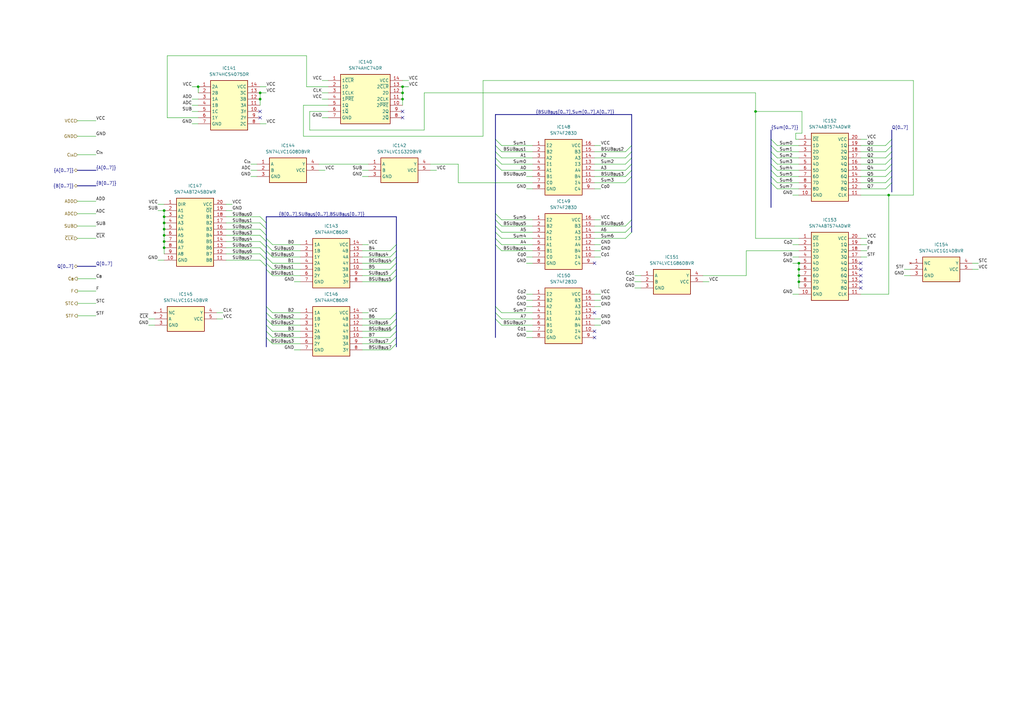
<source format=kicad_sch>
(kicad_sch (version 20250114) (generator "eeschema") (generator_version "9.0")
  (paper "A3")
  (lib_symbols
    (symbol "Samacsys:SN74ABT245BDWR"
      (property "Reference" "IC" (at 21.59 7.62 0))
      (property "Value" "SN74ABT245BDWR" (at 21.59 5.08 0))
      (symbol "SN74ABT245BDWR_1_1"
        (rectangle (start 5.08 2.54) (end 20.32 -25.4) (stroke (width 0.254)) (fill (type background)))
        (pin passive line (at 0 0 0) (length 5.08) (name "DIR") (number "1"))
        (pin passive line (at 0 -2.54 0) (length 5.08) (name "A1") (number "2"))
        (pin passive line (at 0 -5.08 0) (length 5.08) (name "A2") (number "3"))
        (pin passive line (at 0 -7.62 0) (length 5.08) (name "A3") (number "4"))
        (pin passive line (at 0 -10.16 0) (length 5.08) (name "A4") (number "5"))
        (pin passive line (at 0 -12.7 0) (length 5.08) (name "A5") (number "6"))
        (pin passive line (at 0 -15.24 0) (length 5.08) (name "A6") (number "7"))
        (pin passive line (at 0 -17.78 0) (length 5.08) (name "A7") (number "8"))
        (pin passive line (at 0 -20.32 0) (length 5.08) (name "A8") (number "9"))
        (pin passive line (at 0 -22.86 0) (length 5.08) (name "GND") (number "10"))
        (pin passive line (at 25.4 0 180) (length 5.08) (name "VCC") (number "20"))
        (pin passive line (at 25.4 -2.54 180) (length 5.08) (name "~{OE}") (number "19"))
        (pin passive line (at 25.4 -5.08 180) (length 5.08) (name "B1") (number "18"))
        (pin passive line (at 25.4 -7.62 180) (length 5.08) (name "B2") (number "17"))
        (pin passive line (at 25.4 -10.16 180) (length 5.08) (name "B3") (number "16"))
        (pin passive line (at 25.4 -12.7 180) (length 5.08) (name "B4") (number "15"))
        (pin passive line (at 25.4 -15.24 180) (length 5.08) (name "B5") (number "14"))
        (pin passive line (at 25.4 -17.78 180) (length 5.08) (name "B6") (number "13"))
        (pin passive line (at 25.4 -20.32 180) (length 5.08) (name "B7") (number "12"))
        (pin passive line (at 25.4 -22.86 180) (length 5.08) (name "B8") (number "11"))
      )
    )
    (symbol "Samacsys:SN74ABT574ADWR"
      (property "Reference" "IC" (at 21.59 7.62 0))
      (property "Value" "SN74ABT574ADWR" (at 21.59 5.08 0))
      (symbol "SN74ABT574ADWR_1_1"
        (rectangle (start 5.08 2.54) (end 20.32 -25.4) (stroke (width 0.254)) (fill (type background)))
        (pin passive line (at 0 0 0) (length 5.08) (name "~{OE}") (number "1"))
        (pin passive line (at 0 -2.54 0) (length 5.08) (name "1D") (number "2"))
        (pin passive line (at 0 -5.08 0) (length 5.08) (name "2D") (number "3"))
        (pin passive line (at 0 -7.62 0) (length 5.08) (name "3D") (number "4"))
        (pin passive line (at 0 -10.16 0) (length 5.08) (name "4D") (number "5"))
        (pin passive line (at 0 -12.7 0) (length 5.08) (name "5D") (number "6"))
        (pin passive line (at 0 -15.24 0) (length 5.08) (name "6D") (number "7"))
        (pin passive line (at 0 -17.78 0) (length 5.08) (name "7D") (number "8"))
        (pin passive line (at 0 -20.32 0) (length 5.08) (name "8D") (number "9"))
        (pin passive line (at 0 -22.86 0) (length 5.08) (name "GND") (number "10"))
        (pin passive line (at 25.4 0 180) (length 5.08) (name "VCC") (number "20"))
        (pin passive line (at 25.4 -2.54 180) (length 5.08) (name "1Q") (number "19"))
        (pin passive line (at 25.4 -5.08 180) (length 5.08) (name "2Q") (number "18"))
        (pin passive line (at 25.4 -7.62 180) (length 5.08) (name "3Q") (number "17"))
        (pin passive line (at 25.4 -10.16 180) (length 5.08) (name "4Q") (number "16"))
        (pin passive line (at 25.4 -12.7 180) (length 5.08) (name "5Q") (number "15"))
        (pin passive line (at 25.4 -15.24 180) (length 5.08) (name "6Q") (number "14"))
        (pin passive line (at 25.4 -17.78 180) (length 5.08) (name "7Q") (number "13"))
        (pin passive line (at 25.4 -20.32 180) (length 5.08) (name "8Q") (number "12"))
        (pin passive line (at 25.4 -22.86 180) (length 5.08) (name "CLK") (number "11"))
      )
    )
    (symbol "Samacsys:SN74AHC74DR"
      (property "Reference" "IC" (at 26.67 7.62 0))
      (property "Value" "SN74AHC74DR" (at 26.67 5.08 0))
      (symbol "SN74AHC74DR_1_1"
        (rectangle (start 5.08 2.54) (end 25.4 -17.78) (stroke (width 0.254)) (fill (type background)))
        (pin passive line (at 0 0 0) (length 5.08) (name "1~{CLR}") (number "1"))
        (pin passive line (at 0 -2.54 0) (length 5.08) (name "1D") (number "2"))
        (pin passive line (at 0 -5.08 0) (length 5.08) (name "1CLK") (number "3"))
        (pin passive line (at 0 -7.62 0) (length 5.08) (name "1~{PRE}") (number "4"))
        (pin passive line (at 0 -10.16 0) (length 5.08) (name "1Q") (number "5"))
        (pin passive line (at 0 -12.7 0) (length 5.08) (name "1~{Q}") (number "6"))
        (pin passive line (at 0 -15.24 0) (length 5.08) (name "GND") (number "7"))
        (pin passive line (at 30.48 0 180) (length 5.08) (name "VCC") (number "14"))
        (pin passive line (at 30.48 -2.54 180) (length 5.08) (name "2~{CLR}") (number "13"))
        (pin passive line (at 30.48 -5.08 180) (length 5.08) (name "2D") (number "12"))
        (pin passive line (at 30.48 -7.62 180) (length 5.08) (name "2CLK") (number "11"))
        (pin passive line (at 30.48 -10.16 180) (length 5.08) (name "2~{PRE}") (number "10"))
        (pin passive line (at 30.48 -12.7 180) (length 5.08) (name "2Q") (number "9"))
        (pin passive line (at 30.48 -15.24 180) (length 5.08) (name "2~{Q}") (number "8"))
      )
    )
    (symbol "Samacsys:SN74AHC86DR"
      (property "Reference" "IC" (at 21.59 7.62 0))
      (property "Value" "SN74AHC86DR" (at 21.59 5.08 0))
      (symbol "SN74AHC86DR_1_1"
        (rectangle (start 5.08 2.54) (end 20.32 -17.78) (stroke (width 0.254)) (fill (type background)))
        (pin passive line (at 0 0 0) (length 5.08) (name "1A") (number "1"))
        (pin passive line (at 0 -2.54 0) (length 5.08) (name "1B") (number "2"))
        (pin passive line (at 0 -5.08 0) (length 5.08) (name "1Y") (number "3"))
        (pin passive line (at 0 -7.62 0) (length 5.08) (name "2A") (number "4"))
        (pin passive line (at 0 -10.16 0) (length 5.08) (name "2B") (number "5"))
        (pin passive line (at 0 -12.7 0) (length 5.08) (name "2Y") (number "6"))
        (pin passive line (at 0 -15.24 0) (length 5.08) (name "GND") (number "7"))
        (pin passive line (at 25.4 0 180) (length 5.08) (name "VCC") (number "14"))
        (pin passive line (at 25.4 -2.54 180) (length 5.08) (name "4B") (number "13"))
        (pin passive line (at 25.4 -5.08 180) (length 5.08) (name "4A") (number "12"))
        (pin passive line (at 25.4 -7.62 180) (length 5.08) (name "4Y") (number "11"))
        (pin passive line (at 25.4 -10.16 180) (length 5.08) (name "3B") (number "10"))
        (pin passive line (at 25.4 -12.7 180) (length 5.08) (name "3A") (number "9"))
        (pin passive line (at 25.4 -15.24 180) (length 5.08) (name "3Y") (number "8"))
      )
    )
    (symbol "Samacsys:SN74F283D"
      (property "Reference" "IC" (at 21.59 7.62 0))
      (property "Value" "SN74F283D" (at 21.59 5.08 0))
      (symbol "SN74F283D_1_1"
        (rectangle (start 5.08 2.54) (end 20.32 -20.32) (stroke (width 0.254)) (fill (type background)))
        (pin passive line (at 0 0 0) (length 5.08) (name "Σ2") (number "1"))
        (pin passive line (at 0 -2.54 0) (length 5.08) (name "B2") (number "2"))
        (pin passive line (at 0 -5.08 0) (length 5.08) (name "A2") (number "3"))
        (pin passive line (at 0 -7.62 0) (length 5.08) (name "Σ1") (number "4"))
        (pin passive line (at 0 -10.16 0) (length 5.08) (name "A1") (number "5"))
        (pin passive line (at 0 -12.7 0) (length 5.08) (name "B1") (number "6"))
        (pin passive line (at 0 -15.24 0) (length 5.08) (name "C0") (number "7"))
        (pin passive line (at 0 -17.78 0) (length 5.08) (name "GND") (number "8"))
        (pin passive line (at 25.4 0 180) (length 5.08) (name "VCC") (number "16"))
        (pin passive line (at 25.4 -2.54 180) (length 5.08) (name "B3") (number "15"))
        (pin passive line (at 25.4 -5.08 180) (length 5.08) (name "A3") (number "14"))
        (pin passive line (at 25.4 -7.62 180) (length 5.08) (name "Σ3") (number "13"))
        (pin passive line (at 25.4 -10.16 180) (length 5.08) (name "A4") (number "12"))
        (pin passive line (at 25.4 -12.7 180) (length 5.08) (name "B4") (number "11"))
        (pin passive line (at 25.4 -15.24 180) (length 5.08) (name "Σ4") (number "10"))
        (pin passive line (at 25.4 -17.78 180) (length 5.08) (name "C4") (number "9"))
      )
    )
    (symbol "Samacsys:SN74HCS4075DR"
      (property "Reference" "IC" (at 21.59 7.62 0))
      (property "Value" "SN74HCS4075DR" (at 21.59 5.08 0))
      (symbol "SN74HCS4075DR_1_1"
        (rectangle (start 5.08 2.54) (end 20.32 -17.78) (stroke (width 0.254)) (fill (type background)))
        (pin passive line (at 0 0 0) (length 5.08) (name "2A") (number "1"))
        (pin passive line (at 0 -2.54 0) (length 5.08) (name "2B") (number "2"))
        (pin passive line (at 0 -5.08 0) (length 5.08) (name "1A") (number "3"))
        (pin passive line (at 0 -7.62 0) (length 5.08) (name "1B") (number "4"))
        (pin passive line (at 0 -10.16 0) (length 5.08) (name "1C") (number "5"))
        (pin passive line (at 0 -12.7 0) (length 5.08) (name "1Y") (number "6"))
        (pin passive line (at 0 -15.24 0) (length 5.08) (name "GND") (number "7"))
        (pin passive line (at 25.4 0 180) (length 5.08) (name "VCC") (number "14"))
        (pin passive line (at 25.4 -2.54 180) (length 5.08) (name "3C") (number "13"))
        (pin passive line (at 25.4 -5.08 180) (length 5.08) (name "3B") (number "12"))
        (pin passive line (at 25.4 -7.62 180) (length 5.08) (name "3A") (number "11"))
        (pin passive line (at 25.4 -10.16 180) (length 5.08) (name "3Y") (number "10"))
        (pin passive line (at 25.4 -12.7 180) (length 5.08) (name "2Y") (number "9"))
        (pin passive line (at 25.4 -15.24 180) (length 5.08) (name "2C") (number "8"))
      )
    )
    (symbol "Samacsys:SN74LVC1G08DBVR"
      (property "Reference" "IC" (at 21.59 7.62 0))
      (property "Value" "SN74LVC1G08DBVR" (at 21.59 5.08 0))
      (symbol "SN74LVC1G08DBVR_1_1"
        (rectangle (start 5.08 2.54) (end 20.32 -7.62) (stroke (width 0.254)) (fill (type background)))
        (pin input line (at 0 0 0) (length 5.08) (name "A") (number "1"))
        (pin input line (at 0 -2.54 0) (length 5.08) (name "B") (number "2"))
        (pin power_in line (at 0 -5.08 0) (length 5.08) (name "GND") (number "3"))
        (pin output line (at 25.4 0 180) (length 5.08) (name "Y") (number "4"))
        (pin power_in line (at 25.4 -2.54 180) (length 5.08) (name "VCC") (number "5"))
      )
    )
    (symbol "Samacsys:SN74LVC1G14DBVR"
      (property "Reference" "IC" (at 21.59 7.62 0))
      (property "Value" "SN74LVC1G14DBVR" (at 21.59 5.08 0))
      (symbol "SN74LVC1G14DBVR_1_1"
        (rectangle (start 5.08 2.54) (end 20.32 -7.62) (stroke (width 0.254)) (fill (type background)))
        (pin no_connect line (at 0 0 0) (length 5.08) (name "NC") (number "1"))
        (pin passive line (at 0 -2.54 0) (length 5.08) (name "A") (number "2"))
        (pin passive line (at 0 -5.08 0) (length 5.08) (name "GND") (number "3"))
        (pin passive line (at 25.4 0 180) (length 5.08) (name "Y") (number "4"))
        (pin passive line (at 25.4 -2.54 180) (length 5.08) (name "VCC") (number "5"))
      )
    )
    (symbol "Samacsys:SN74LVC1G32DBVR"
      (property "Reference" "IC" (at 21.59 7.62 0))
      (property "Value" "SN74LVC1G32DBVR" (at 21.59 5.08 0))
      (symbol "SN74LVC1G32DBVR_1_1"
        (rectangle (start 5.08 2.54) (end 20.32 -7.62) (stroke (width 0.254)) (fill (type background)))
        (pin passive line (at 0 0 0) (length 5.08) (name "A") (number "1"))
        (pin passive line (at 0 -2.54 0) (length 5.08) (name "B") (number "2"))
        (pin passive line (at 0 -5.08 0) (length 5.08) (name "GND") (number "3"))
        (pin passive line (at 25.4 0 180) (length 5.08) (name "Y") (number "4"))
        (pin passive line (at 25.4 -2.54 180) (length 5.08) (name "VCC") (number "5"))
      )
    )
    (symbol "Samacsys:SN74LVC1G86DBVR"
      (property "Reference" "IC" (at 21.59 7.62 0))
      (property "Value" "SN74LVC1G86DBVR" (at 21.59 5.08 0))
      (symbol "SN74LVC1G86DBVR_1_1"
        (rectangle (start 5.08 2.54) (end 20.32 -7.62) (stroke (width 0.254)) (fill (type background)))
        (pin input line (at 0 0 0) (length 5.08) (name "A") (number "1"))
        (pin input line (at 0 -2.54 0) (length 5.08) (name "B") (number "2"))
        (pin power_in line (at 0 -5.08 0) (length 5.08) (name "GND") (number "3"))
        (pin output line (at 25.4 0 180) (length 5.08) (name "Y") (number "4"))
        (pin power_in line (at 25.4 -2.54 180) (length 5.08) (name "VCC") (number "5"))
      )
    )
  )
  (junction (at 327.66 107.95))
  (junction (at 309.88 45.72))
  (junction (at 165.1 38.1))
  (junction (at 67.31 99.06))
  (junction (at 67.31 91.44))
  (junction (at 67.31 96.52))
  (junction (at 165.1 40.64))
  (junction (at 106.68 38.1))
  (junction (at 364.49 80.01))
  (junction (at 67.31 86.36))
  (junction (at 67.31 93.98))
  (junction (at 165.1 35.56))
  (junction (at 327.66 110.49))
  (junction (at 81.28 35.56))
  (junction (at 67.31 88.9))
  (junction (at 327.66 113.03))
  (junction (at 106.68 40.64))
  (junction (at 67.31 101.6))
  (junction (at 327.66 115.57))
  (no_connect (at 243.84 135.89))
  (no_connect (at 243.84 138.43))
  (no_connect (at 106.68 48.26))
  (no_connect (at 353.06 110.49))
  (no_connect (at 106.68 45.72))
  (no_connect (at 353.06 118.11))
  (no_connect (at 165.1 45.72))
  (no_connect (at 353.06 113.03))
  (no_connect (at 353.06 107.95))
  (no_connect (at 243.84 107.95))
  (no_connect (at 353.06 115.57))
  (no_connect (at 165.1 48.26))
  (no_connect (at 243.84 128.27))
  (bus_entry (at 259.08 67.31) (size -2.54 2.54))
  (bus_entry (at 162.56 107.95) (size -2.54 2.54))
  (bus_entry (at 259.08 72.39) (size -2.54 2.54))
  (bus_entry (at 365.76 57.15) (size -2.54 2.54))
  (bus_entry (at 109.22 105.41) (size 2.54 2.54))
  (bus_entry (at 365.76 67.31) (size -2.54 2.54))
  (bus_entry (at 259.08 92.71) (size -2.54 2.54))
  (bus_entry (at 365.76 62.23) (size -2.54 2.54))
  (bus_entry (at 106.68 88.9) (size 2.54 2.54))
  (bus_entry (at 162.56 130.81) (size -2.54 2.54))
  (bus_entry (at 162.56 138.43) (size -2.54 2.54))
  (bus_entry (at 109.22 128.27) (size 2.54 2.54))
  (bus_entry (at 106.68 104.14) (size 2.54 2.54))
  (bus_entry (at 203.2 128.27) (size 2.54 2.54))
  (bus_entry (at 203.2 95.25) (size 2.54 2.54))
  (bus_entry (at 203.2 87.63) (size 2.54 2.54))
  (bus_entry (at 316.23 59.69) (size 2.54 2.54))
  (bus_entry (at 316.23 62.23) (size 2.54 2.54))
  (bus_entry (at 203.2 62.23) (size 2.54 2.54))
  (bus_entry (at 365.76 69.85) (size -2.54 2.54))
  (bus_entry (at 109.22 135.89) (size 2.54 2.54))
  (bus_entry (at 259.08 64.77) (size -2.54 2.54))
  (bus_entry (at 365.76 72.39) (size -2.54 2.54))
  (bus_entry (at 109.22 97.79) (size 2.54 2.54))
  (bus_entry (at 109.22 125.73) (size 2.54 2.54))
  (bus_entry (at 203.2 130.81) (size 2.54 2.54))
  (bus_entry (at 106.68 93.98) (size 2.54 2.54))
  (bus_entry (at 162.56 100.33) (size -2.54 2.54))
  (bus_entry (at 365.76 59.69) (size -2.54 2.54))
  (bus_entry (at 109.22 110.49) (size 2.54 2.54))
  (bus_entry (at 259.08 90.17) (size -2.54 2.54))
  (bus_entry (at 162.56 128.27) (size -2.54 2.54))
  (bus_entry (at 316.23 74.93) (size 2.54 2.54))
  (bus_entry (at 109.22 107.95) (size 2.54 2.54))
  (bus_entry (at 259.08 95.25) (size -2.54 2.54))
  (bus_entry (at 106.68 96.52) (size 2.54 2.54))
  (bus_entry (at 109.22 102.87) (size 2.54 2.54))
  (bus_entry (at 162.56 113.03) (size -2.54 2.54))
  (bus_entry (at 365.76 64.77) (size -2.54 2.54))
  (bus_entry (at 109.22 138.43) (size 2.54 2.54))
  (bus_entry (at 259.08 69.85) (size -2.54 2.54))
  (bus_entry (at 203.2 97.79) (size 2.54 2.54))
  (bus_entry (at 203.2 67.31) (size 2.54 2.54))
  (bus_entry (at 162.56 105.41) (size -2.54 2.54))
  (bus_entry (at 316.23 67.31) (size 2.54 2.54))
  (bus_entry (at 162.56 140.97) (size -2.54 2.54))
  (bus_entry (at 316.23 64.77) (size 2.54 2.54))
  (bus_entry (at 106.68 99.06) (size 2.54 2.54))
  (bus_entry (at 203.2 90.17) (size 2.54 2.54))
  (bus_entry (at 109.22 130.81) (size 2.54 2.54))
  (bus_entry (at 203.2 64.77) (size 2.54 2.54))
  (bus_entry (at 162.56 102.87) (size -2.54 2.54))
  (bus_entry (at 316.23 72.39) (size 2.54 2.54))
  (bus_entry (at 203.2 57.15) (size 2.54 2.54))
  (bus_entry (at 106.68 91.44) (size 2.54 2.54))
  (bus_entry (at 109.22 100.33) (size 2.54 2.54))
  (bus_entry (at 162.56 133.35) (size -2.54 2.54))
  (bus_entry (at 259.08 59.69) (size -2.54 2.54))
  (bus_entry (at 259.08 62.23) (size -2.54 2.54))
  (bus_entry (at 162.56 110.49) (size -2.54 2.54))
  (bus_entry (at 109.22 133.35) (size 2.54 2.54))
  (bus_entry (at 106.68 101.6) (size 2.54 2.54))
  (bus_entry (at 203.2 100.33) (size 2.54 2.54))
  (bus_entry (at 203.2 125.73) (size 2.54 2.54))
  (bus_entry (at 316.23 57.15) (size 2.54 2.54))
  (bus_entry (at 162.56 135.89) (size -2.54 2.54))
  (bus_entry (at 365.76 74.93) (size -2.54 2.54))
  (bus_entry (at 106.68 106.68) (size 2.54 2.54))
  (bus_entry (at 316.23 69.85) (size 2.54 2.54))
  (bus_entry (at 203.2 59.69) (size 2.54 2.54))
  (bus_entry (at 203.2 92.71) (size 2.54 2.54))
  (wire (pts (xy 318.77 74.93) (xy 327.66 74.93)))
  (wire (pts (xy 160.02 105.41) (xy 148.59 105.41)))
  (wire (pts (xy 64.77 86.36) (xy 67.31 86.36)))
  (bus (pts (xy 316.23 62.23) (xy 316.23 64.77)))
  (wire (pts (xy 318.77 64.77) (xy 327.66 64.77)))
  (wire (pts (xy 198.12 55.88) (xy 198.12 33.02)))
  (wire (pts (xy 187.96 67.31) (xy 176.53 67.31)))
  (wire (pts (xy 353.06 74.93) (xy 363.22 74.93)))
  (wire (pts (xy 92.71 93.98) (xy 106.68 93.98)))
  (wire (pts (xy 353.06 62.23) (xy 363.22 62.23)))
  (wire (pts (xy 205.74 128.27) (xy 218.44 128.27)))
  (wire (pts (xy 187.96 74.93) (xy 187.96 67.31)))
  (wire (pts (xy 148.59 72.39) (xy 151.13 72.39)))
  (wire (pts (xy 124.46 55.88) (xy 198.12 55.88)))
  (wire (pts (xy 111.76 100.33) (xy 123.19 100.33)))
  (wire (pts (xy 148.59 130.81) (xy 160.02 130.81)))
  (wire (pts (xy 398.78 107.95) (xy 401.32 107.95)))
  (wire (pts (xy 327.66 100.33) (xy 325.12 100.33)))
  (wire (pts (xy 246.38 130.81) (xy 243.84 130.81)))
  (bus (pts (xy 109.22 106.68) (xy 109.22 107.95)))
  (wire (pts (xy 67.31 101.6) (xy 67.31 104.14)))
  (wire (pts (xy 67.31 96.52) (xy 67.31 99.06)))
  (wire (pts (xy 353.06 97.79) (xy 355.6 97.79)))
  (wire (pts (xy 205.74 92.71) (xy 218.44 92.71)))
  (wire (pts (xy 215.9 138.43) (xy 218.44 138.43)))
  (wire (pts (xy 68.58 48.26) (xy 68.58 22.86)))
  (bus (pts (xy 365.76 74.93) (xy 365.76 78.74)))
  (wire (pts (xy 134.62 33.02) (xy 132.08 33.02)))
  (wire (pts (xy 205.74 59.69) (xy 218.44 59.69)))
  (wire (pts (xy 102.87 69.85) (xy 105.41 69.85)))
  (wire (pts (xy 67.31 86.36) (xy 67.31 88.9)))
  (bus (pts (xy 316.23 74.93) (xy 316.23 85.09)))
  (wire (pts (xy 111.76 135.89) (xy 123.19 135.89)))
  (wire (pts (xy 256.54 69.85) (xy 243.84 69.85)))
  (wire (pts (xy 205.74 102.87) (xy 218.44 102.87)))
  (bus (pts (xy 162.56 88.9) (xy 162.56 100.33)))
  (wire (pts (xy 325.12 105.41) (xy 327.66 105.41)))
  (wire (pts (xy 31.75 49.53) (xy 39.37 49.53)))
  (wire (pts (xy 325.12 107.95) (xy 327.66 107.95)))
  (wire (pts (xy 256.54 92.71) (xy 243.84 92.71)))
  (bus (pts (xy 365.76 59.69) (xy 365.76 62.23)))
  (wire (pts (xy 81.28 35.56) (xy 81.28 38.1)))
  (bus (pts (xy 316.23 59.69) (xy 316.23 62.23)))
  (wire (pts (xy 120.65 143.51) (xy 123.19 143.51)))
  (wire (pts (xy 318.77 59.69) (xy 327.66 59.69)))
  (bus (pts (xy 203.2 130.81) (xy 203.2 138.43)))
  (wire (pts (xy 88.9 130.81) (xy 91.44 130.81)))
  (bus (pts (xy 162.56 107.95) (xy 162.56 110.49)))
  (wire (pts (xy 78.74 50.8) (xy 81.28 50.8)))
  (wire (pts (xy 205.74 100.33) (xy 218.44 100.33)))
  (wire (pts (xy 353.06 120.65) (xy 364.49 120.65)))
  (wire (pts (xy 187.96 74.93) (xy 218.44 74.93)))
  (wire (pts (xy 125.73 35.56) (xy 134.62 35.56)))
  (bus (pts (xy 109.22 138.43) (xy 109.22 142.24)))
  (wire (pts (xy 205.74 69.85) (xy 218.44 69.85)))
  (wire (pts (xy 398.78 110.49) (xy 401.32 110.49)))
  (bus (pts (xy 109.22 102.87) (xy 109.22 104.14)))
  (bus (pts (xy 109.22 135.89) (xy 109.22 138.43)))
  (wire (pts (xy 111.76 128.27) (xy 123.19 128.27)))
  (wire (pts (xy 205.74 90.17) (xy 218.44 90.17)))
  (wire (pts (xy 130.81 69.85) (xy 133.35 69.85)))
  (wire (pts (xy 160.02 140.97) (xy 148.59 140.97)))
  (wire (pts (xy 318.77 72.39) (xy 327.66 72.39)))
  (wire (pts (xy 106.68 35.56) (xy 109.22 35.56)))
  (wire (pts (xy 88.9 128.27) (xy 91.44 128.27)))
  (wire (pts (xy 256.54 74.93) (xy 243.84 74.93)))
  (wire (pts (xy 218.44 120.65) (xy 215.9 120.65)))
  (bus (pts (xy 162.56 140.97) (xy 162.56 142.24)))
  (wire (pts (xy 306.07 102.87) (xy 327.66 102.87)))
  (bus (pts (xy 203.2 62.23) (xy 203.2 59.69)))
  (wire (pts (xy 67.31 91.44) (xy 67.31 93.98)))
  (wire (pts (xy 148.59 100.33) (xy 151.13 100.33)))
  (wire (pts (xy 134.62 43.18) (xy 124.46 43.18)))
  (wire (pts (xy 353.06 57.15) (xy 355.6 57.15)))
  (wire (pts (xy 111.76 133.35) (xy 123.19 133.35)))
  (wire (pts (xy 111.76 138.43) (xy 123.19 138.43)))
  (wire (pts (xy 106.68 38.1) (xy 109.22 38.1)))
  (wire (pts (xy 102.87 72.39) (xy 105.41 72.39)))
  (wire (pts (xy 148.59 69.85) (xy 151.13 69.85)))
  (bus (pts (xy 203.2 100.33) (xy 203.2 97.79)))
  (wire (pts (xy 176.53 69.85) (xy 179.07 69.85)))
  (wire (pts (xy 31.75 119.38) (xy 39.37 119.38)))
  (bus (pts (xy 109.22 133.35) (xy 109.22 135.89)))
  (wire (pts (xy 111.76 130.81) (xy 123.19 130.81)))
  (bus (pts (xy 259.08 62.23) (xy 259.08 64.77)))
  (wire (pts (xy 60.96 133.35) (xy 63.5 133.35)))
  (bus (pts (xy 31.75 76.2) (xy 39.37 76.2)))
  (wire (pts (xy 160.02 107.95) (xy 148.59 107.95)))
  (wire (pts (xy 353.06 59.69) (xy 363.22 59.69)))
  (wire (pts (xy 215.9 77.47) (xy 218.44 77.47)))
  (wire (pts (xy 327.66 113.03) (xy 327.66 115.57)))
  (bus (pts (xy 203.2 64.77) (xy 203.2 62.23)))
  (wire (pts (xy 262.89 115.57) (xy 260.35 115.57)))
  (wire (pts (xy 309.88 97.79) (xy 309.88 45.72)))
  (bus (pts (xy 203.2 67.31) (xy 203.2 64.77)))
  (wire (pts (xy 31.75 114.3) (xy 39.37 114.3)))
  (wire (pts (xy 205.74 64.77) (xy 218.44 64.77)))
  (wire (pts (xy 127 45.72) (xy 134.62 45.72)))
  (wire (pts (xy 318.77 62.23) (xy 327.66 62.23)))
  (bus (pts (xy 203.2 59.69) (xy 203.2 57.15)))
  (wire (pts (xy 364.49 80.01) (xy 353.06 80.01)))
  (bus (pts (xy 162.56 138.43) (xy 162.56 140.97)))
  (wire (pts (xy 256.54 64.77) (xy 243.84 64.77)))
  (wire (pts (xy 309.88 45.72) (xy 328.93 45.72)))
  (wire (pts (xy 218.44 135.89) (xy 215.9 135.89)))
  (bus (pts (xy 259.08 92.71) (xy 259.08 95.25)))
  (bus (pts (xy 203.2 100.33) (xy 203.2 125.73)))
  (wire (pts (xy 288.29 113.03) (xy 306.07 113.03)))
  (wire (pts (xy 325.12 120.65) (xy 327.66 120.65)))
  (wire (pts (xy 243.84 120.65) (xy 246.38 120.65)))
  (wire (pts (xy 165.1 38.1) (xy 165.1 40.64)))
  (wire (pts (xy 111.76 107.95) (xy 123.19 107.95)))
  (wire (pts (xy 102.87 67.31) (xy 105.41 67.31)))
  (wire (pts (xy 326.39 54.61) (xy 326.39 57.15)))
  (wire (pts (xy 31.75 124.46) (xy 39.37 124.46)))
  (wire (pts (xy 130.81 67.31) (xy 151.13 67.31)))
  (wire (pts (xy 327.66 115.57) (xy 327.66 118.11)))
  (bus (pts (xy 109.22 88.9) (xy 162.56 88.9)))
  (bus (pts (xy 109.22 91.44) (xy 109.22 93.98)))
  (wire (pts (xy 243.84 59.69) (xy 246.38 59.69)))
  (wire (pts (xy 160.02 135.89) (xy 148.59 135.89)))
  (bus (pts (xy 109.22 105.41) (xy 109.22 106.68)))
  (wire (pts (xy 127 53.34) (xy 127 45.72)))
  (wire (pts (xy 205.74 130.81) (xy 218.44 130.81)))
  (wire (pts (xy 78.74 45.72) (xy 81.28 45.72)))
  (wire (pts (xy 165.1 33.02) (xy 167.64 33.02)))
  (bus (pts (xy 316.23 67.31) (xy 316.23 69.85)))
  (wire (pts (xy 215.9 123.19) (xy 218.44 123.19)))
  (wire (pts (xy 353.06 102.87) (xy 355.6 102.87)))
  (wire (pts (xy 374.65 33.02) (xy 374.65 80.01)))
  (bus (pts (xy 365.76 57.15) (xy 365.76 59.69)))
  (bus (pts (xy 316.23 53.34) (xy 316.23 57.15)))
  (wire (pts (xy 160.02 115.57) (xy 148.59 115.57)))
  (wire (pts (xy 246.38 100.33) (xy 243.84 100.33)))
  (wire (pts (xy 205.74 97.79) (xy 218.44 97.79)))
  (bus (pts (xy 365.76 53.34) (xy 365.76 57.15)))
  (wire (pts (xy 92.71 104.14) (xy 106.68 104.14)))
  (bus (pts (xy 162.56 102.87) (xy 162.56 105.41)))
  (wire (pts (xy 31.75 55.88) (xy 39.37 55.88)))
  (wire (pts (xy 165.1 40.64) (xy 165.1 43.18)))
  (wire (pts (xy 246.38 125.73) (xy 243.84 125.73)))
  (bus (pts (xy 316.23 72.39) (xy 316.23 74.93)))
  (bus (pts (xy 109.22 99.06) (xy 109.22 100.33)))
  (wire (pts (xy 148.59 138.43) (xy 160.02 138.43)))
  (bus (pts (xy 109.22 128.27) (xy 109.22 130.81)))
  (wire (pts (xy 31.75 82.55) (xy 39.37 82.55)))
  (wire (pts (xy 106.68 38.1) (xy 106.68 40.64)))
  (wire (pts (xy 160.02 113.03) (xy 148.59 113.03)))
  (wire (pts (xy 106.68 50.8) (xy 109.22 50.8)))
  (wire (pts (xy 318.77 69.85) (xy 327.66 69.85)))
  (bus (pts (xy 162.56 128.27) (xy 162.56 130.81)))
  (bus (pts (xy 109.22 130.81) (xy 109.22 133.35)))
  (bus (pts (xy 316.23 69.85) (xy 316.23 72.39)))
  (wire (pts (xy 318.77 77.47) (xy 327.66 77.47)))
  (wire (pts (xy 111.76 140.97) (xy 123.19 140.97)))
  (wire (pts (xy 124.46 43.18) (xy 124.46 55.88)))
  (bus (pts (xy 259.08 69.85) (xy 259.08 72.39)))
  (bus (pts (xy 162.56 113.03) (xy 162.56 128.27)))
  (wire (pts (xy 288.29 115.57) (xy 290.83 115.57)))
  (wire (pts (xy 68.58 22.86) (xy 125.73 22.86)))
  (bus (pts (xy 162.56 100.33) (xy 162.56 102.87)))
  (wire (pts (xy 67.31 88.9) (xy 67.31 91.44)))
  (wire (pts (xy 165.1 35.56) (xy 165.1 38.1)))
  (wire (pts (xy 111.76 105.41) (xy 123.19 105.41)))
  (wire (pts (xy 31.75 63.5) (xy 39.37 63.5)))
  (wire (pts (xy 81.28 35.56) (xy 78.74 35.56)))
  (wire (pts (xy 309.88 97.79) (xy 327.66 97.79)))
  (wire (pts (xy 92.71 106.68) (xy 106.68 106.68)))
  (wire (pts (xy 262.89 113.03) (xy 260.35 113.03)))
  (wire (pts (xy 326.39 57.15) (xy 327.66 57.15)))
  (wire (pts (xy 353.06 72.39) (xy 363.22 72.39)))
  (wire (pts (xy 353.06 67.31) (xy 363.22 67.31)))
  (bus (pts (xy 259.08 59.69) (xy 259.08 62.23)))
  (wire (pts (xy 148.59 110.49) (xy 160.02 110.49)))
  (wire (pts (xy 205.74 62.23) (xy 218.44 62.23)))
  (wire (pts (xy 309.88 45.72) (xy 309.88 38.1)))
  (wire (pts (xy 165.1 35.56) (xy 167.64 35.56)))
  (wire (pts (xy 306.07 102.87) (xy 306.07 113.03)))
  (wire (pts (xy 125.73 22.86) (xy 125.73 35.56)))
  (bus (pts (xy 365.76 67.31) (xy 365.76 69.85)))
  (wire (pts (xy 205.74 95.25) (xy 218.44 95.25)))
  (bus (pts (xy 162.56 105.41) (xy 162.56 107.95)))
  (wire (pts (xy 132.08 38.1) (xy 134.62 38.1)))
  (wire (pts (xy 243.84 77.47) (xy 246.38 77.47)))
  (wire (pts (xy 328.93 45.72) (xy 328.93 54.61)))
  (wire (pts (xy 370.84 113.03) (xy 373.38 113.03)))
  (bus (pts (xy 203.2 128.27) (xy 203.2 130.81)))
  (wire (pts (xy 243.84 90.17) (xy 246.38 90.17)))
  (bus (pts (xy 259.08 72.39) (xy 259.08 90.17)))
  (bus (pts (xy 31.75 109.22) (xy 39.37 109.22)))
  (wire (pts (xy 246.38 102.87) (xy 243.84 102.87)))
  (bus (pts (xy 259.08 64.77) (xy 259.08 67.31)))
  (bus (pts (xy 203.2 92.71) (xy 203.2 90.17)))
  (wire (pts (xy 353.06 69.85) (xy 363.22 69.85)))
  (bus (pts (xy 203.2 46.99) (xy 259.08 46.99)))
  (wire (pts (xy 327.66 107.95) (xy 327.66 110.49)))
  (bus (pts (xy 316.23 64.77) (xy 316.23 67.31)))
  (wire (pts (xy 353.06 77.47) (xy 363.22 77.47)))
  (wire (pts (xy 67.31 99.06) (xy 67.31 101.6)))
  (wire (pts (xy 67.31 93.98) (xy 67.31 96.52)))
  (wire (pts (xy 31.75 129.54) (xy 39.37 129.54)))
  (bus (pts (xy 109.22 109.22) (xy 109.22 110.49)))
  (wire (pts (xy 81.28 48.26) (xy 68.58 48.26)))
  (wire (pts (xy 67.31 83.82) (xy 64.77 83.82)))
  (wire (pts (xy 215.9 107.95) (xy 218.44 107.95)))
  (wire (pts (xy 256.54 97.79) (xy 243.84 97.79)))
  (wire (pts (xy 111.76 110.49) (xy 123.19 110.49)))
  (bus (pts (xy 203.2 90.17) (xy 203.2 87.63)))
  (wire (pts (xy 370.84 110.49) (xy 373.38 110.49)))
  (bus (pts (xy 316.23 57.15) (xy 316.23 59.69)))
  (wire (pts (xy 215.9 125.73) (xy 218.44 125.73)))
  (bus (pts (xy 162.56 135.89) (xy 162.56 138.43)))
  (wire (pts (xy 374.65 80.01) (xy 364.49 80.01)))
  (wire (pts (xy 243.84 105.41) (xy 246.38 105.41)))
  (wire (pts (xy 106.68 40.64) (xy 106.68 43.18)))
  (wire (pts (xy 218.44 105.41) (xy 215.9 105.41)))
  (bus (pts (xy 203.2 95.25) (xy 203.2 92.71)))
  (bus (pts (xy 203.2 67.31) (xy 203.2 87.63)))
  (bus (pts (xy 162.56 110.49) (xy 162.56 113.03)))
  (wire (pts (xy 111.76 102.87) (xy 123.19 102.87)))
  (bus (pts (xy 109.22 100.33) (xy 109.22 101.6)))
  (wire (pts (xy 364.49 120.65) (xy 364.49 80.01)))
  (wire (pts (xy 327.66 110.49) (xy 327.66 113.03)))
  (wire (pts (xy 160.02 143.51) (xy 148.59 143.51)))
  (bus (pts (xy 259.08 67.31) (xy 259.08 69.85)))
  (wire (pts (xy 64.77 106.68) (xy 67.31 106.68)))
  (wire (pts (xy 256.54 72.39) (xy 243.84 72.39)))
  (bus (pts (xy 109.22 110.49) (xy 109.22 125.73)))
  (wire (pts (xy 256.54 62.23) (xy 243.84 62.23)))
  (bus (pts (xy 365.76 69.85) (xy 365.76 72.39)))
  (bus (pts (xy 109.22 107.95) (xy 109.22 109.22)))
  (bus (pts (xy 203.2 57.15) (xy 203.2 46.99)))
  (wire (pts (xy 31.75 97.79) (xy 39.37 97.79)))
  (wire (pts (xy 160.02 133.35) (xy 148.59 133.35)))
  (bus (pts (xy 109.22 125.73) (xy 109.22 128.27)))
  (wire (pts (xy 92.71 99.06) (xy 106.68 99.06)))
  (wire (pts (xy 78.74 43.18) (xy 81.28 43.18)))
  (bus (pts (xy 109.22 101.6) (xy 109.22 102.87)))
  (wire (pts (xy 215.9 72.39) (xy 218.44 72.39)))
  (wire (pts (xy 92.71 88.9) (xy 106.68 88.9)))
  (wire (pts (xy 92.71 91.44) (xy 106.68 91.44)))
  (bus (pts (xy 203.2 125.73) (xy 203.2 128.27)))
  (wire (pts (xy 260.35 118.11) (xy 262.89 118.11)))
  (wire (pts (xy 95.25 86.36) (xy 92.71 86.36)))
  (wire (pts (xy 148.59 128.27) (xy 151.13 128.27)))
  (bus (pts (xy 109.22 97.79) (xy 109.22 99.06)))
  (wire (pts (xy 78.74 40.64) (xy 81.28 40.64)))
  (wire (pts (xy 246.38 123.19) (xy 243.84 123.19)))
  (wire (pts (xy 309.88 38.1) (xy 173.99 38.1)))
  (wire (pts (xy 318.77 67.31) (xy 327.66 67.31)))
  (wire (pts (xy 198.12 33.02) (xy 374.65 33.02)))
  (wire (pts (xy 92.71 96.52) (xy 106.68 96.52)))
  (bus (pts (xy 162.56 133.35) (xy 162.56 135.89)))
  (wire (pts (xy 111.76 113.03) (xy 123.19 113.03)))
  (wire (pts (xy 134.62 40.64) (xy 132.08 40.64)))
  (bus (pts (xy 109.22 104.14) (xy 109.22 105.41)))
  (bus (pts (xy 365.76 72.39) (xy 365.76 74.93)))
  (wire (pts (xy 205.74 133.35) (xy 218.44 133.35)))
  (wire (pts (xy 60.96 130.81) (xy 63.5 130.81)))
  (wire (pts (xy 31.75 87.63) (xy 39.37 87.63)))
  (bus (pts (xy 109.22 93.98) (xy 109.22 96.52)))
  (wire (pts (xy 353.06 64.77) (xy 363.22 64.77)))
  (wire (pts (xy 256.54 95.25) (xy 243.84 95.25)))
  (wire (pts (xy 256.54 67.31) (xy 243.84 67.31)))
  (wire (pts (xy 328.93 54.61) (xy 326.39 54.61)))
  (bus (pts (xy 365.76 64.77) (xy 365.76 67.31)))
  (wire (pts (xy 120.65 115.57) (xy 123.19 115.57)))
  (wire (pts (xy 92.71 101.6) (xy 106.68 101.6)))
  (bus (pts (xy 203.2 97.79) (xy 203.2 95.25)))
  (wire (pts (xy 148.59 102.87) (xy 160.02 102.87)))
  (bus (pts (xy 259.08 46.99) (xy 259.08 59.69)))
  (bus (pts (xy 162.56 130.81) (xy 162.56 133.35)))
  (bus (pts (xy 109.22 96.52) (xy 109.22 97.79)))
  (wire (pts (xy 325.12 80.01) (xy 327.66 80.01)))
  (wire (pts (xy 173.99 53.34) (xy 127 53.34)))
  (bus (pts (xy 109.22 88.9) (xy 109.22 91.44)))
  (wire (pts (xy 353.06 100.33) (xy 355.6 100.33)))
  (wire (pts (xy 246.38 133.35) (xy 243.84 133.35)))
  (wire (pts (xy 205.74 67.31) (xy 218.44 67.31)))
  (wire (pts (xy 353.06 105.41) (xy 355.6 105.41)))
  (wire (pts (xy 92.71 83.82) (xy 95.25 83.82)))
  (wire (pts (xy 132.08 48.26) (xy 134.62 48.26)))
  (wire (pts (xy 31.75 92.71) (xy 39.37 92.71)))
  (bus (pts (xy 31.75 69.85) (xy 39.37 69.85)))
  (wire (pts (xy 173.99 38.1) (xy 173.99 53.34)))
  (bus (pts (xy 365.76 62.23) (xy 365.76 64.77)))
  (bus (pts (xy 259.08 90.17) (xy 259.08 92.71)))
  (label "SUB_{BUS}2" (at 95.25 93.98 0))
  (label "GND" (at 132.08 48.26 180))
  (label "B3" (at 120.65 135.89 180))
  (label "C_{O}2" (at 325.12 100.33 180))
  (label "GND" (at 246.38 133.35 0))
  (label "{Sum[0..7]}" (at 316.23 53.34 0))
  (label "VCC" (at 95.25 83.82 0))
  (label "SUB" (at 64.77 86.36 180))
  (label "SUB_{BUS}5" (at 151.13 113.03 0))
  (label "Q2" (at 355.6 64.77 0))
  (label "GND" (at 260.35 118.11 180))
  (label "Q[0..7]" (at 39.37 109.22 0))
  (label "SUB_{BUS}6" (at 151.13 133.35 0))
  (label "BSUB_{BUS}2" (at 120.65 133.35 180))
  (label "SUB_{BUS}4" (at 151.13 105.41 0))
  (label "STC" (at 401.32 107.95 0))
  (label "Sum2" (at 325.12 64.77 180))
  (label "VCC" (at 246.38 90.17 0))
  (label "VCC" (at 133.35 69.85 0))
  (label "BSUB_{BUS}4" (at 151.13 107.95 0))
  (label "ADD" (at 78.74 40.64 180))
  (label "VCC" (at 109.22 38.1 0))
  (label "SUB" (at 325.12 105.41 180))
  (label "BSUB_{BUS}6" (at 151.13 135.89 0))
  (label "GND" (at 246.38 100.33 0))
  (label "SUB_{BUS}7" (at 151.13 140.97 0))
  (label "Sum7" (at 215.9 128.27 180))
  (label "Sum1" (at 215.9 59.69 180))
  (label "B1" (at 120.65 107.95 180))
  (label "GND" (at 102.87 72.39 180))
  (label "GND" (at 215.9 125.73 180))
  (label "GND" (at 325.12 80.01 180))
  (label "SUB_{BUS}2" (at 120.65 130.81 180))
  (label "GND" (at 120.65 143.51 180))
  (label "VCC" (at 179.07 69.85 0))
  (label "Sum2" (at 246.38 67.31 0))
  (label "Q3" (at 355.6 67.31 0))
  (label "Q4" (at 355.6 69.85 0))
  (label "VCC" (at 246.38 120.65 0))
  (label "GND" (at 246.38 125.73 0))
  (label "SUB" (at 148.59 69.85 180))
  (label "GND" (at 215.9 138.43 180))
  (label "SUB_{BUS}3" (at 120.65 138.43 180))
  (label "BSUB_{BUS}0" (at 120.65 105.41 180))
  (label "STC" (at 39.37 124.46 0))
  (label "C_{8}" (at 355.6 100.33 0))
  (label "BSUB_{BUS}4" (at 215.9 102.87 180))
  (label "GND" (at 64.77 106.68 180))
  (label "VCC" (at 151.13 100.33 0))
  (label "GND" (at 95.25 86.36 0))
  (label "B7" (at 151.13 138.43 0))
  (label "ADD" (at 39.37 82.55 0))
  (label "SUB_{BUS}1" (at 95.25 91.44 0))
  (label "{B[0..7],SUB_{BUS}[0..7],BSUB_{BUS}[0..7]}" (at 114.3 88.9 0))
  (label "C_{O}0" (at 246.38 77.47 0))
  (label "SUB" (at 39.37 92.71 0))
  (label "VCC" (at 246.38 59.69 0))
  (label "C_{O}2" (at 215.9 120.65 180))
  (label "Q5" (at 355.6 72.39 0))
  (label "GND" (at 215.9 123.19 180))
  (label "VCC" (at 167.64 35.56 0))
  (label "B0" (at 120.65 100.33 180))
  (label "STF" (at 39.37 129.54 0))
  (label "Sum1" (at 325.12 62.23 180))
  (label "SUB_{BUS}3" (at 95.25 96.52 0))
  (label "VCC" (at 91.44 130.81 0))
  (label "VCC" (at 151.13 128.27 0))
  (label "A0" (at 215.9 69.85 180))
  (label "GND" (at 215.9 77.47 180))
  (label "Sum5" (at 325.12 72.39 180))
  (label "Sum6" (at 325.12 74.93 180))
  (label "GND" (at 78.74 50.8 180))
  (label "F" (at 355.6 102.87 0))
  (label "BSUB_{BUS}0" (at 215.9 72.39 180))
  (label "A2" (at 246.38 64.77 0))
  (label "C_{in}" (at 39.37 63.5 0))
  (label "GND" (at 120.65 115.57 180))
  (label "Sum0" (at 325.12 59.69 180))
  (label "BSUB_{BUS}5" (at 215.9 92.71 180))
  (label "GND" (at 246.38 130.81 0))
  (label "VCC" (at 401.32 110.49 0))
  (label "VCC" (at 64.77 83.82 180))
  (label "BSUB_{BUS}7" (at 215.9 133.35 180))
  (label "Sum4" (at 325.12 69.85 180))
  (label "ADC" (at 39.37 87.63 0))
  (label "Sum5" (at 215.9 90.17 180))
  (label "SUB_{BUS}7" (at 95.25 106.68 0))
  (label "BSUB_{BUS}3" (at 246.38 72.39 0))
  (label "GND" (at 39.37 55.88 0))
  (label "C_{O}1" (at 246.38 105.41 0))
  (label "A5" (at 215.9 95.25 180))
  (label "BSUB_{BUS}2" (at 246.38 62.23 0))
  (label "Sum6" (at 246.38 97.79 0))
  (label "Q1" (at 355.6 62.23 0))
  (label "B2" (at 120.65 128.27 180))
  (label "ADC" (at 78.74 43.18 180))
  (label "SUB_{BUS}5" (at 95.25 101.6 0))
  (label "CLK" (at 132.08 38.1 180))
  (label "VCC" (at 167.64 33.02 0))
  (label "BSUB_{BUS}6" (at 246.38 92.71 0))
  (label "VCC" (at 109.22 35.56 0))
  (label "C_{O}2" (at 260.35 115.57 180))
  (label "VCC" (at 355.6 97.79 0))
  (label "A3" (at 246.38 69.85 0))
  (label "SUB_{BUS}6" (at 95.25 104.14 0))
  (label "BSUB_{BUS}1" (at 120.65 113.03 180))
  (label "{B[0..7]}" (at 39.37 76.2 0))
  (label "C_{8}" (at 39.37 114.3 0))
  (label "A6" (at 246.38 95.25 0))
  (label "STF" (at 370.84 110.49 180))
  (label "VCC" (at 132.08 33.02 180))
  (label "C_{O}1" (at 215.9 135.89 180))
  (label "VCC" (at 78.74 35.56 180))
  (label "CLK" (at 91.44 128.27 0))
  (label "Q6" (at 355.6 74.93 0))
  (label "VCC" (at 109.22 50.8 0))
  (label "BSUB_{BUS}7" (at 151.13 143.51 0))
  (label "STF" (at 355.6 105.41 0))
  (label "SUB_{BUS}4" (at 95.25 99.06 0))
  (label "GND" (at 215.9 107.95 180))
  (label "~{CLK}" (at 39.37 97.79 0))
  (label "Sum4" (at 215.9 97.79 180))
  (label "VCC" (at 355.6 57.15 0))
  (label "Sum3" (at 246.38 74.93 0))
  (label "A1" (at 215.9 64.77 180))
  (label "C_{O}1" (at 260.35 113.03 180))
  (label "VCC" (at 290.83 115.57 0))
  (label "C_{O}0" (at 215.9 105.41 180))
  (label "{BSUB_{BUS}[0..7],Sum[0..7],A[0..7]}" (at 219.71 46.99 0))
  (label "GND" (at 325.12 120.65 180))
  (label "A4" (at 215.9 100.33 180))
  (label "BSUB_{BUS}5" (at 151.13 115.57 0))
  (label "GND" (at 370.84 113.03 180))
  (label "Q0" (at 355.6 59.69 0))
  (label "BSUB_{BUS}1" (at 215.9 62.23 180))
  (label "B5" (at 151.13 110.49 0))
  (label "SUB_{BUS}0" (at 95.25 88.9 0))
  (label "VCC" (at 132.08 40.64 180))
  (label "GND" (at 148.59 72.39 180))
  (label "C_{in}" (at 102.87 67.31 180))
  (label "SUB" (at 78.74 45.72 180))
  (label "Sum0" (at 215.9 67.31 180))
  (label "SUB_{BUS}0" (at 120.65 102.87 180))
  (label "SUB_{BUS}1" (at 120.65 110.49 180))
  (label "A7" (at 215.9 130.81 180))
  (label "Q[0..7]" (at 365.76 53.34 0))
  (label "BSUB_{BUS}3" (at 120.65 140.97 180))
  (label "Sum7" (at 325.12 77.47 180))
  (label "GND" (at 325.12 107.95 180))
  (label "GND" (at 246.38 123.19 0))
  (label "F" (at 39.37 119.38 0))
  (label "ADC" (at 102.87 69.85 180))
  (label "GND" (at 60.96 133.35 180))
  (label "Sum3" (at 325.12 67.31 180))
  (label "Q7" (at 355.6 77.47 0))
  (label "B4" (at 151.13 102.87 0))
  (label "~{CLK}" (at 60.96 130.81 180))
  (label "GND" (at 246.38 102.87 0))
  (label "{A[0..7]}" (at 39.37 69.85 0))
  (label "VCC" (at 39.37 49.53 0))
  (label "B6" (at 151.13 130.81 0))
  (hierarchical_label "{B[0..7]}" (shape tri_state) (at 31.75 76.2 180))
  (hierarchical_label "C_{8}" (shape output) (at 31.75 114.3 180))
  (hierarchical_label "STF" (shape output) (at 31.75 129.54 180))
  (hierarchical_label "F" (shape output) (at 31.75 119.38 180))
  (hierarchical_label "STC" (shape output) (at 31.75 124.46 180))
  (hierarchical_label "ADD" (shape input) (at 31.75 82.55 180))
  (hierarchical_label "GND" (shape input) (at 31.75 55.88 180))
  (hierarchical_label "~{CLK}" (shape input) (at 31.75 97.79 180))
  (hierarchical_label "SUB" (shape input) (at 31.75 92.71 180))
  (hierarchical_label "VCC" (shape input) (at 31.75 49.53 180))
  (hierarchical_label "{A[0..7]}" (shape tri_state) (at 31.75 69.85 180))
  (hierarchical_label "Q[0..7]" (shape tri_state) (at 31.75 109.22 180))
  (hierarchical_label "ADC" (shape input) (at 31.75 87.63 180))
  (hierarchical_label "C_{in}" (shape input) (at 31.75 63.5 180))
  (symbol (lib_id "Samacsys:SN74ABT245BDWR") (at 67.31 83.82 0) (unit 1)
    (property "Reference" "IC147" (at 80.01 76.2 0))
    (property "Value" "SN74ABT245BDWR" (at 80.01 78.74 0))
    (property "Footprint" "Samacsys:SOIC127P1030X265-20N" (effects (hide yes)))
    (property "Datasheet" "http://www.ti.com/lit/gpn/sn74abt245b" (effects (hide yes)))
    (property "Description" "Texas Instruments SN74ABT245BDWR, Bus Transceiver, 8-Bit Non-Inverting TTL, 5V, 20-Pin SOIC" (effects (hide yes)))
    (property "Height" "2.65" (effects (hide yes)))
    (property "Mouser Part Number" "595-SN74ABT245BDWR" (effects (hide yes)))
    (property "Mouser Price/Stock" "https://www.mouser.co.uk/ProductDetail/Texas-Instruments/SN74ABT245BDWR?qs=afYny40WCj1jrBby8G5Ixw%3D%3D" (effects (hide yes)))
    (property "Manufacturer_Name" "Texas Instruments" (effects (hide yes)))
    (property "Manufacturer_Part_Number" "SN74ABT245BDWR" (effects (hide yes)))
  )
  (symbol (lib_id "Samacsys:SN74AHC86DR") (at 123.19 128.27 0) (unit 1)
    (property "Reference" "IC146" (at 135.89 120.65 0))
    (property "Value" "SN74AHC86DR" (at 135.89 123.19 0))
    (property "Footprint" "Samacsys:SOIC127P600X175-14N" (effects (hide yes)))
    (property "Datasheet" "http://www.ti.com/lit/gpn/sn74ahc86" (effects (hide yes)))
    (property "Description" "Quadruple 2-Input Exclusive-OR Gates" (effects (hide yes)))
    (property "Height" "1.75" (effects (hide yes)))
    (property "Mouser Part Number" "595-SN74AHC86DR" (effects (hide yes)))
    (property "Mouser Price/Stock" "https://www.mouser.co.uk/ProductDetail/Texas-Instruments/SN74AHC86DR?qs=D5pVkbrsqqK0yvWJ8LFETg%3D%3D" (effects (hide yes)))
    (property "Manufacturer_Name" "Texas Instruments" (effects (hide yes)))
    (property "Manufacturer_Part_Number" "SN74AHC86DR" (effects (hide yes)))
  )
  (symbol (lib_id "Samacsys:SN74ABT574ADWR") (at 327.66 57.15 0) (unit 1)
    (property "Reference" "IC152" (at 340.36 49.53 0))
    (property "Value" "SN74ABT574ADWR" (at 340.36 52.07 0))
    (property "Footprint" "Samacsys:SOIC127P1030X265-20N" (effects (hide yes)))
    (property "Datasheet" "http://www.ti.com/lit/gpn/sn74abt574a" (effects (hide yes)))
    (property "Description" "Texas Instruments SN74ABT574ADWR, D Type Bus Interface Flip Flop, 3-State, 4.5  5.5 V, 20-Pin SOIC" (effects (hide yes)))
    (property "Height" "2.65" (effects (hide yes)))
    (property "Mouser Part Number" "595-SN74ABT574ADWR" (effects (hide yes)))
    (property "Mouser Price/Stock" "https://www.mouser.co.uk/ProductDetail/Texas-Instruments/SN74ABT574ADWR?qs=nMmhAzRCgdCWNOUsuPi1DA%3D%3D" (effects (hide yes)))
    (property "Manufacturer_Name" "Texas Instruments" (effects (hide yes)))
    (property "Manufacturer_Part_Number" "SN74ABT574ADWR" (effects (hide yes)))
  )
  (symbol (lib_id "Samacsys:SN74ABT574ADWR") (at 327.66 97.79 0) (unit 1)
    (property "Reference" "IC153" (at 340.36 90.17 0))
    (property "Value" "SN74ABT574ADWR" (at 340.36 92.71 0))
    (property "Footprint" "Samacsys:SOIC127P1030X265-20N" (effects (hide yes)))
    (property "Datasheet" "http://www.ti.com/lit/gpn/sn74abt574a" (effects (hide yes)))
    (property "Description" "Texas Instruments SN74ABT574ADWR, D Type Bus Interface Flip Flop, 3-State, 4.5  5.5 V, 20-Pin SOIC" (effects (hide yes)))
    (property "Height" "2.65" (effects (hide yes)))
    (property "Mouser Part Number" "595-SN74ABT574ADWR" (effects (hide yes)))
    (property "Mouser Price/Stock" "https://www.mouser.co.uk/ProductDetail/Texas-Instruments/SN74ABT574ADWR?qs=nMmhAzRCgdCWNOUsuPi1DA%3D%3D" (effects (hide yes)))
    (property "Manufacturer_Name" "Texas Instruments" (effects (hide yes)))
    (property "Manufacturer_Part_Number" "SN74ABT574ADWR" (effects (hide yes)))
  )
  (symbol (lib_id "Samacsys:SN74LVC1G14DBVR") (at 63.5 128.27 0) (unit 1)
    (property "Reference" "IC145" (at 76.2 120.65 0))
    (property "Value" "SN74LVC1G14DBVR" (at 76.2 123.19 0))
    (property "Footprint" "Samacsys:SOT95P280X145-5N" (effects (hide yes)))
    (property "Datasheet" "https://datasheet.datasheetarchive.com/originals/distributors/Datasheets-DGA13/1136296.pdf" (effects (hide yes)))
    (property "Description" "TEXAS INSTRUMENTS - SN74LVC1G14DBVR - IC, SCHMITT TRIGGER INVERTER, SMD" (effects (hide yes)))
    (property "Height" "1.45" (effects (hide yes)))
    (property "Mouser Part Number" "595-SN74LVC1G14DBVR" (effects (hide yes)))
    (property "Mouser Price/Stock" "https://www.mouser.co.uk/ProductDetail/Texas-Instruments/SN74LVC1G14DBVR?qs=dT9u2OTAaVWRIgCrQFnxuQ%3D%3D" (effects (hide yes)))
    (property "Manufacturer_Name" "Texas Instruments" (effects (hide yes)))
    (property "Manufacturer_Part_Number" "SN74LVC1G14DBVR" (effects (hide yes)))
  )
  (symbol (lib_id "Samacsys:SN74LVC1G86DBVR") (at 262.89 113.03 0) (unit 1)
    (property "Reference" "IC151" (at 275.59 105.41 0))
    (property "Value" "SN74LVC1G86DBVR" (at 275.59 107.95 0))
    (property "Footprint" "Samacsys:SOT95P280X145-5N" (effects (hide yes)))
    (property "Datasheet" "http://www.ti.com/lit/ds/symlink/sn74lvc1g86.pdf" (effects (hide yes)))
    (property "Description" "Single 2-Input Exclusive-OR Gate" (effects (hide yes)))
    (property "Height" "1.45" (effects (hide yes)))
    (property "Mouser Part Number" "595-SN74LVC1G86DBVR" (effects (hide yes)))
    (property "Mouser Price/Stock" "https://www.mouser.co.uk/ProductDetail/Texas-Instruments/SN74LVC1G86DBVR?qs=d9gICRQKuCcyH%2F0J6yE9tQ%3D%3D" (effects (hide yes)))
    (property "Manufacturer_Name" "Texas Instruments" (effects (hide yes)))
    (property "Manufacturer_Part_Number" "SN74LVC1G86DBVR" (effects (hide yes)))
  )
  (symbol (lib_id "Samacsys:SN74F283D") (at 218.44 90.17 0) (unit 1)
    (property "Reference" "IC149" (at 231.14 82.55 0))
    (property "Value" "SN74F283D" (at 231.14 85.09 0))
    (property "Footprint" "Samacsys:SOIC127P600X175-16N" (effects (hide yes)))
    (property "Datasheet" "http://www.ti.com/lit/ds/symlink/sn74f283.pdf" (effects (hide yes)))
    (property "Description" "4-BITBIN FULL ADDER" (effects (hide yes)))
    (property "Height" "1.75" (effects (hide yes)))
    (property "Mouser Part Number" "595-SN74F283D" (effects (hide yes)))
    (property "Mouser Price/Stock" "https://www.mouser.co.uk/ProductDetail/Texas-Instruments/SN74F283D?qs=RnzODY3cU8t9RP7%252BwWjEZw%3D%3D" (effects (hide yes)))
    (property "Manufacturer_Name" "Texas Instruments" (effects (hide yes)))
    (property "Manufacturer_Part_Number" "SN74F283D" (effects (hide yes)))
  )
  (symbol (lib_id "Samacsys:SN74F283D") (at 218.44 59.69 0) (unit 1)
    (property "Reference" "IC148" (at 231.14 52.07 0))
    (property "Value" "SN74F283D" (at 231.14 54.61 0))
    (property "Footprint" "Samacsys:SOIC127P600X175-16N" (effects (hide yes)))
    (property "Datasheet" "http://www.ti.com/lit/ds/symlink/sn74f283.pdf" (effects (hide yes)))
    (property "Description" "4-BITBIN FULL ADDER" (effects (hide yes)))
    (property "Height" "1.75" (effects (hide yes)))
    (property "Mouser Part Number" "595-SN74F283D" (effects (hide yes)))
    (property "Mouser Price/Stock" "https://www.mouser.co.uk/ProductDetail/Texas-Instruments/SN74F283D?qs=RnzODY3cU8t9RP7%252BwWjEZw%3D%3D" (effects (hide yes)))
    (property "Manufacturer_Name" "Texas Instruments" (effects (hide yes)))
    (property "Manufacturer_Part_Number" "SN74F283D" (effects (hide yes)))
  )
  (symbol (lib_id "Samacsys:SN74LVC1G32DBVR") (at 151.13 67.31 0) (unit 1)
    (property "Reference" "IC142" (at 163.83 59.69 0))
    (property "Value" "SN74LVC1G32DBVR" (at 163.83 62.23 0))
    (property "Footprint" "Samacsys:SOT95P280X145-5N" (effects (hide yes)))
    (property "Datasheet" "http://www.ti.com/lit/gpn/sn74lvc1g32" (effects (hide yes)))
    (property "Description" "Texas Instruments SN74LVC1G32DBVR, 2-Input OR Logic Gate, 1.65  5.5 V, 5-Pin SOT-23" (effects (hide yes)))
    (property "Height" "1.45" (effects (hide yes)))
    (property "Mouser Part Number" "595-SN74LVC1G32DBVR" (effects (hide yes)))
    (property "Mouser Price/Stock" "https://www.mouser.co.uk/ProductDetail/Texas-Instruments/SN74LVC1G32DBVR?qs=3pnr37ZAbK%2F6ArGi%2FPb2Ng%3D%3D" (effects (hide yes)))
    (property "Manufacturer_Name" "Texas Instruments" (effects (hide yes)))
    (property "Manufacturer_Part_Number" "SN74LVC1G32DBVR" (effects (hide yes)))
  )
  (symbol (lib_id "Samacsys:SN74AHC74DR") (at 134.62 33.02 0) (unit 1)
    (property "Reference" "IC140" (at 149.86 25.4 0))
    (property "Value" "SN74AHC74DR" (at 149.86 27.94 0))
    (property "Footprint" "Samacsys:SOIC127P600X175-14N" (effects (hide yes)))
    (property "Datasheet" "http://www.ti.com/lit/gpn/sn74ahc74" (effects (hide yes)))
    (property "Description" "Dual Positive-Edge-Triggered D-Type Flip-Flops With Clear and Preset" (effects (hide yes)))
    (property "Height" "1.75" (effects (hide yes)))
    (property "Mouser Part Number" "595-SN74AHC74DR" (effects (hide yes)))
    (property "Mouser Price/Stock" "https://www.mouser.co.uk/ProductDetail/Texas-Instruments/SN74AHC74DR?qs=st7IWvlL5%2FgP9OJq63EsFQ%3D%3D" (effects (hide yes)))
    (property "Manufacturer_Name" "Texas Instruments" (effects (hide yes)))
    (property "Manufacturer_Part_Number" "SN74AHC74DR" (effects (hide yes)))
  )
  (symbol (lib_id "Samacsys:SN74HCS4075DR") (at 81.28 35.56 0) (unit 1)
    (property "Reference" "IC141" (at 93.98 27.94 0))
    (property "Value" "SN74HCS4075DR" (at 93.98 30.48 0))
    (property "Footprint" "Samacsys:SOIC127P600X175-14N" (effects (hide yes)))
    (property "Datasheet" "https://www.ti.com/lit/gpn/SN74HCS4075" (effects (hide yes)))
    (property "Description" "Logic Gates 3-channel, 3-input OR gates with schmitt-trigger inputs" (effects (hide yes)))
    (property "Height" "1.75" (effects (hide yes)))
    (property "Mouser Part Number" "595-SN74HCS4075DR" (effects (hide yes)))
    (property "Mouser Price/Stock" "https://www.mouser.co.uk/ProductDetail/Texas-Instruments/SN74HCS4075DR?qs=sPbYRqrBIVmdJ91ff%252BdGMg%3D%3D" (effects (hide yes)))
    (property "Manufacturer_Name" "Texas Instruments" (effects (hide yes)))
    (property "Manufacturer_Part_Number" "SN74HCS4075DR" (effects (hide yes)))
  )
  (symbol (lib_id "Samacsys:SN74LVC1G08DBVR") (at 105.41 67.31 0) (unit 1)
    (property "Reference" "IC144" (at 118.11 59.69 0))
    (property "Value" "SN74LVC1G08DBVR" (at 118.11 62.23 0))
    (property "Footprint" "Samacsys:SOT95P280X145-5N" (effects (hide yes)))
    (property "Datasheet" "http://www.ti.com/lit/ds/symlink/sn74lvc1g08.pdf" (effects (hide yes)))
    (property "Description" "SN74LVC1G08 Single 2-Input Positive-AND Gate" (effects (hide yes)))
    (property "Height" "1.45" (effects (hide yes)))
    (property "Mouser Part Number" "595-SN74LVC1G08DBVR" (effects (hide yes)))
    (property "Mouser Price/Stock" "https://www.mouser.co.uk/ProductDetail/Texas-Instruments/SN74LVC1G08DBVR?qs=8yeEWhuAOtNjtL049wSCoQ%3D%3D" (effects (hide yes)))
    (property "Manufacturer_Name" "Texas Instruments" (effects (hide yes)))
    (property "Manufacturer_Part_Number" "SN74LVC1G08DBVR" (effects (hide yes)))
  )
  (symbol (lib_id "Samacsys:SN74F283D") (at 218.44 120.65 0) (unit 1)
    (property "Reference" "IC150" (at 231.14 113.03 0))
    (property "Value" "SN74F283D" (at 231.14 115.57 0))
    (property "Footprint" "Samacsys:SOIC127P600X175-16N" (effects (hide yes)))
    (property "Datasheet" "http://www.ti.com/lit/ds/symlink/sn74f283.pdf" (effects (hide yes)))
    (property "Description" "4-BITBIN FULL ADDER" (effects (hide yes)))
    (property "Height" "1.75" (effects (hide yes)))
    (property "Mouser Part Number" "595-SN74F283D" (effects (hide yes)))
    (property "Mouser Price/Stock" "https://www.mouser.co.uk/ProductDetail/Texas-Instruments/SN74F283D?qs=RnzODY3cU8t9RP7%252BwWjEZw%3D%3D" (effects (hide yes)))
    (property "Manufacturer_Name" "Texas Instruments" (effects (hide yes)))
    (property "Manufacturer_Part_Number" "SN74F283D" (effects (hide yes)))
  )
  (symbol (lib_id "Samacsys:SN74LVC1G14DBVR") (at 373.38 107.95 0) (unit 1)
    (property "Reference" "IC154" (at 386.08 100.33 0))
    (property "Value" "SN74LVC1G14DBVR" (at 386.08 102.87 0))
    (property "Footprint" "Samacsys:SOT95P280X145-5N" (effects (hide yes)))
    (property "Datasheet" "https://datasheet.datasheetarchive.com/originals/distributors/Datasheets-DGA13/1136296.pdf" (effects (hide yes)))
    (property "Description" "TEXAS INSTRUMENTS - SN74LVC1G14DBVR - IC, SCHMITT TRIGGER INVERTER, SMD" (effects (hide yes)))
    (property "Height" "1.45" (effects (hide yes)))
    (property "Mouser Part Number" "595-SN74LVC1G14DBVR" (effects (hide yes)))
    (property "Mouser Price/Stock" "https://www.mouser.co.uk/ProductDetail/Texas-Instruments/SN74LVC1G14DBVR?qs=dT9u2OTAaVWRIgCrQFnxuQ%3D%3D" (effects (hide yes)))
    (property "Manufacturer_Name" "Texas Instruments" (effects (hide yes)))
    (property "Manufacturer_Part_Number" "SN74LVC1G14DBVR" (effects (hide yes)))
  )
  (symbol (lib_id "Samacsys:SN74AHC86DR") (at 123.19 100.33 0) (unit 1)
    (property "Reference" "IC143" (at 135.89 92.71 0))
    (property "Value" "SN74AHC86DR" (at 135.89 95.25 0))
    (property "Footprint" "Samacsys:SOIC127P600X175-14N" (effects (hide yes)))
    (property "Datasheet" "http://www.ti.com/lit/gpn/sn74ahc86" (effects (hide yes)))
    (property "Description" "Quadruple 2-Input Exclusive-OR Gates" (effects (hide yes)))
    (property "Height" "1.75" (effects (hide yes)))
    (property "Mouser Part Number" "595-SN74AHC86DR" (effects (hide yes)))
    (property "Mouser Price/Stock" "https://www.mouser.co.uk/ProductDetail/Texas-Instruments/SN74AHC86DR?qs=D5pVkbrsqqK0yvWJ8LFETg%3D%3D" (effects (hide yes)))
    (property "Manufacturer_Name" "Texas Instruments" (effects (hide yes)))
    (property "Manufacturer_Part_Number" "SN74AHC86DR" (effects (hide yes)))
  )
)
</source>
